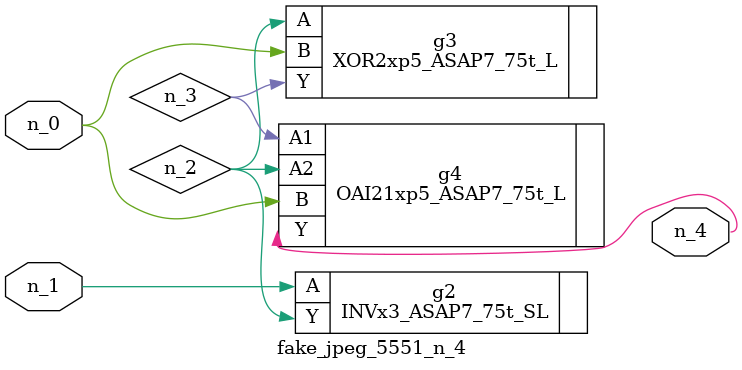
<source format=v>
module fake_jpeg_5551_n_4 (n_0, n_1, n_4);

input n_0;
input n_1;

output n_4;

wire n_3;
wire n_2;

INVx3_ASAP7_75t_SL g2 ( 
.A(n_1),
.Y(n_2)
);

XOR2xp5_ASAP7_75t_L g3 ( 
.A(n_2),
.B(n_0),
.Y(n_3)
);

OAI21xp5_ASAP7_75t_L g4 ( 
.A1(n_3),
.A2(n_2),
.B(n_0),
.Y(n_4)
);


endmodule
</source>
